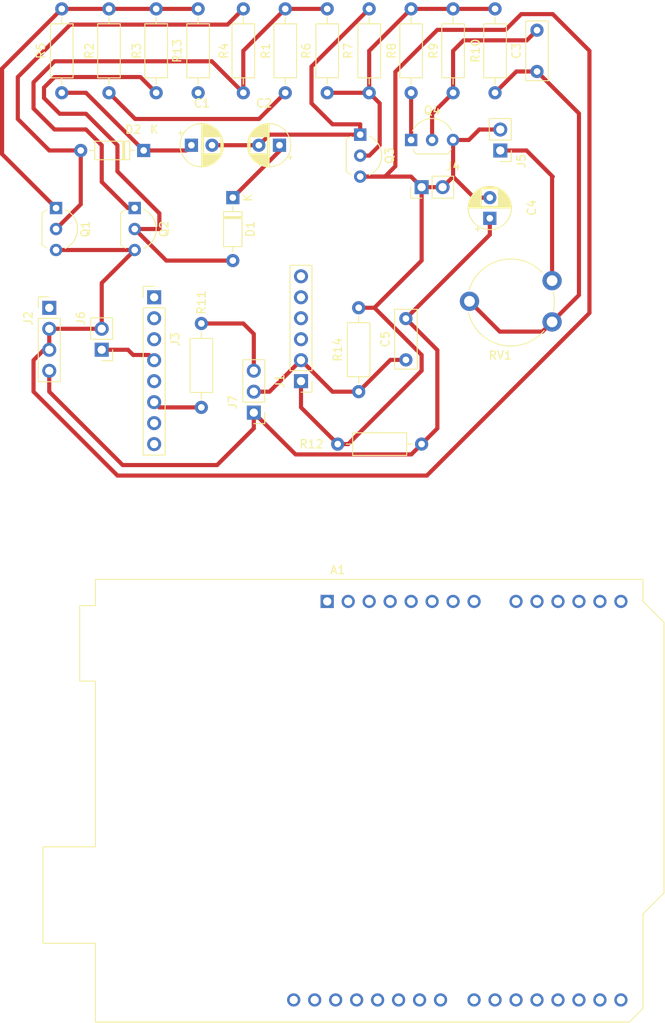
<source format=kicad_pcb>
(kicad_pcb (version 20221018) (generator pcbnew)
  (layers (0 "F.Cu" signal) (31 "B.Cu" signal) (34 "B.Paste" user) (35 "F.Paste" user) (36 "B.SilkS" user "B.Silkscreen") (37 "F.SilkS" user "F.Silkscreen") (38 "B.Mask" user) (39 "F.Mask" user) (44 "Edge.Cuts" user))
  (net 0 "")
  (net 1 "Net-(D2-K)")
  (net 2 "Net-(Q3-C)")
  (net 3 "Net-(D1-K)")
  (net 4 "Net-(C3-Pad1)")
  (net 5 "Net-(Q4-B)")
  (net 6 "VCC")
  (net 7 "GND")
  (net 8 "Net-(J1-Pin_2)")
  (net 9 "Net-(D1-A)")
  (net 10 "Net-(D2-A)")
  (net 11 "Micro")
  (net 12 "Taste")
  (net 13 "Net-(Q2-C)")
  (net 14 "Net-(Q1-C)")
  (net 15 "Net-(Q3-B)")
  (net 16 "Net-(Q4-C)")
  (net 17 "Net-(J7-Pin_3)")
  (net 18 "Net-(J3-Pin_6)")
  (net 19 "DI6")
  (footprint "Potentiometer_THT:Potentiometer_Piher_PT-10-V10_Vertical_Hole" (layer "F.Cu") (at 145.335 98.315 180)
    (fp_text reference "RV1" (at 6.27 -9.05) (layer "F.SilkS"))
    (fp_text value "10k")
    (pad "" np_thru_hole circle (at 5 -2.65 180) (size 4 4) (drill 4) (layers "*.Cu" "*.Mask"))
    (pad "1" thru_hole circle (at 0 0 180) (size 2.34 2.34) (drill 1.3) (layers "*.Cu" "*.Mask") (net 11 "Micro"))
    (pad "2" thru_hole circle (at 10 -2.5 180) (size 2.34 2.34) (drill 1.3) (layers "*.Cu" "*.Mask") (net 4 "Net-(C3-Pad1)"))
    (pad "3" thru_hole circle (at 0 -5 180) (size 2.34 2.34) (drill 1.3) (layers "*.Cu" "*.Mask") (net 4 "Net-(C3-Pad1)"))
  )
  (footprint "Resistor_THT:R_Axial_DIN0207_L6.3mm_D2.5mm_P10.16mm_Horizontal" (layer "F.Cu") (at 113.03 75.565 90)
    (fp_text reference "R1" (at 5.08 -2.37 90) (layer "F.SilkS"))
    (fp_text value "1k")
    (pad "1" thru_hole circle (at 0 0 90) (size 1.6 1.6) (drill 0.8) (layers "*.Cu" "*.Mask") (net 6 "VCC"))
    (pad "2" thru_hole oval (at 10.16 0 90) (size 1.6 1.6) (drill 0.8) (layers "*.Cu" "*.Mask") (net 13 "Net-(Q2-C)"))
  )
  (footprint "Resistor_THT:R_Axial_DIN0207_L6.3mm_D2.5mm_P10.16mm_Horizontal" (layer "F.Cu") (at 102.87 103.505 -90)
    (fp_text reference "R11" (at -2.54 0 90) (layer "F.SilkS"))
    (fp_text value "470")
    (pad "1" thru_hole circle (at 0 0 270) (size 1.6 1.6) (drill 0.8) (layers "*.Cu" "*.Mask") (net 17 "Net-(J7-Pin_3)"))
    (pad "2" thru_hole oval (at 10.16 0 270) (size 1.6 1.6) (drill 0.8) (layers "*.Cu" "*.Mask") (net 18 "Net-(J3-Pin_6)"))
  )
  (footprint "Resistor_THT:R_Axial_DIN0207_L6.3mm_D2.5mm_P10.16mm_Horizontal" (layer "F.Cu") (at 102.48 65.405 -90)
    (fp_text reference "R13" (at 5.08 2.54 90) (layer "F.SilkS"))
    (fp_text value "470")
    (pad "1" thru_hole circle (at 0 0 270) (size 1.6 1.6) (drill 0.8) (layers "*.Cu" "*.Mask") (net 14 "Net-(Q1-C)"))
    (pad "2" thru_hole oval (at 10.16 0 270) (size 1.6 1.6) (drill 0.8) (layers "*.Cu" "*.Mask") (net 19 "DI6"))
  )
  (footprint "Resistor_THT:R_Axial_DIN0207_L6.3mm_D2.5mm_P10.16mm_Horizontal" (layer "F.Cu") (at 85.97 65.405 -90)
    (fp_text reference "R5" (at 5.08 2.54 90) (layer "F.SilkS"))
    (fp_text value "1k")
    (pad "1" thru_hole circle (at 0 0 270) (size 1.6 1.6) (drill 0.8) (layers "*.Cu" "*.Mask") (net 14 "Net-(Q1-C)"))
    (pad "2" thru_hole oval (at 10.16 0 270) (size 1.6 1.6) (drill 0.8) (layers "*.Cu" "*.Mask") (net 1 "Net-(D2-K)"))
  )
  (footprint "Connector_PinHeader_2.54mm:PinHeader_1x03_P2.54mm_Vertical" (layer "F.Cu") (at 109.22 114.3 180)
    (fp_text reference "J7" (at 2.54 1.255 90) (layer "F.SilkS"))
    (fp_text value "03")
    (pad "1" thru_hole rect (at 0 0 180) (size 1.7 1.7) (drill 1) (layers "*.Cu" "*.Mask") (net 6 "VCC"))
    (pad "2" thru_hole oval (at 0 2.54 180) (size 1.7 1.7) (drill 1) (layers "*.Cu" "*.Mask") (net 8 "Net-(J1-Pin_2)"))
    (pad "3" thru_hole oval (at 0 5.08 180) (size 1.7 1.7) (drill 1) (layers "*.Cu" "*.Mask") (net 17 "Net-(J7-Pin_3)"))
  )
  (footprint "Diode_THT:D_DO-35_SOD27_P7.62mm_Horizontal" (layer "F.Cu") (at 106.68 88.265 -90)
    (fp_text reference "D1" (at 3.81 -2.12 -270) (layer "F.SilkS"))
    (fp_text value "1N4148")
    (fp_text user "K" (at 0 -1.8 -270) (layer "F.SilkS"))
    (pad "1" thru_hole rect (at 0 0 270) (size 1.6 1.6) (drill 0.8) (layers "*.Cu" "*.Mask") (net 3 "Net-(D1-K)"))
    (pad "2" thru_hole oval (at 7.62 0 270) (size 1.6 1.6) (drill 0.8) (layers "*.Cu" "*.Mask") (net 9 "Net-(D1-A)"))
  )
  (footprint "Resistor_THT:R_Axial_DIN0207_L6.3mm_D2.5mm_P10.16mm_Horizontal" (layer "F.Cu") (at 91.685 75.565 90)
    (fp_text reference "R2" (at 5.08 -2.37 90) (layer "F.SilkS"))
    (fp_text value "1k")
    (pad "1" thru_hole circle (at 0 0 90) (size 1.6 1.6) (drill 0.8) (layers "*.Cu" "*.Mask") (net 6 "VCC"))
    (pad "2" thru_hole oval (at 10.16 0 90) (size 1.6 1.6) (drill 0.8) (layers "*.Cu" "*.Mask") (net 14 "Net-(Q1-C)"))
  )
  (footprint "Package_TO_SOT_THT:TO-92L_Inline_Wide" (layer "F.Cu") (at 85.275 89.525 -90)
    (fp_text reference "Q1" (at 2.54 -3.56 90) (layer "F.SilkS"))
    (fp_text value "BC547")
    (pad "1" thru_hole rect (at 0 0 270) (size 1.5 1.5) (drill 0.8) (layers "*.Cu" "*.Mask") (net 14 "Net-(Q1-C)"))
    (pad "2" thru_hole circle (at 2.54 0 270) (size 1.5 1.5) (drill 0.8) (layers "*.Cu" "*.Mask") (net 10 "Net-(D2-A)"))
    (pad "3" thru_hole circle (at 5.08 0 270) (size 1.5 1.5) (drill 0.8) (layers "*.Cu" "*.Mask") (net 7 "GND"))
  )
  (footprint "Capacitor_THT:CP_Radial_D5.0mm_P2.50mm" (layer "F.Cu") (at 101.664888 81.915)
    (fp_text reference "C1" (at 1.27 -5.08) (layer "F.SilkS"))
    (fp_text value "47μF")
    (pad "1" thru_hole rect (at 0 0) (size 1.6 1.6) (drill 0.8) (layers "*.Cu" "*.Mask") (net 1 "Net-(D2-K)"))
    (pad "2" thru_hole circle (at 2.5 0) (size 1.6 1.6) (drill 0.8) (layers "*.Cu" "*.Mask") (net 2 "Net-(Q3-C)"))
  )
  (footprint "Package_TO_SOT_THT:TO-92L_Inline_Wide" (layer "F.Cu") (at 122.105 80.635 -90)
    (fp_text reference "Q3" (at 2.54 -3.56 90) (layer "F.SilkS"))
    (fp_text value "BC547")
    (pad "1" thru_hole rect (at 0 0 270) (size 1.5 1.5) (drill 0.8) (layers "*.Cu" "*.Mask") (net 2 "Net-(Q3-C)"))
    (pad "2" thru_hole circle (at 2.54 0 270) (size 1.5 1.5) (drill 0.8) (layers "*.Cu" "*.Mask") (net 15 "Net-(Q3-B)"))
    (pad "3" thru_hole circle (at 5.08 0 270) (size 1.5 1.5) (drill 0.8) (layers "*.Cu" "*.Mask") (net 7 "GND"))
  )
  (footprint "Connector_PinHeader_2.54mm:PinHeader_1x02_P2.54mm_Vertical" (layer "F.Cu") (at 139.065 82.555 180)
    (fp_text reference "J5" (at -2.54 -1.27 90) (layer "F.SilkS"))
    (fp_text value "Micro")
    (pad "1" thru_hole rect (at 0 0 180) (size 1.7 1.7) (drill 1) (layers "*.Cu" "*.Mask") (net 11 "Micro"))
    (pad "2" thru_hole oval (at 0 2.54 180) (size 1.7 1.7) (drill 1) (layers "*.Cu" "*.Mask") (net 7 "GND"))
  )
  (footprint "Resistor_THT:R_Axial_DIN0207_L6.3mm_D2.5mm_P10.16mm_Horizontal" (layer "F.Cu") (at 121.92 101.6 -90)
    (fp_text reference "R14" (at 5.08 2.54 90) (layer "F.SilkS"))
    (fp_text value "0,22")
    (pad "1" thru_hole circle (at 0 0 270) (size 1.6 1.6) (drill 0.8) (layers "*.Cu" "*.Mask") (net 7 "GND"))
    (pad "2" thru_hole oval (at 10.16 0 270) (size 1.6 1.6) (drill 0.8) (layers "*.Cu" "*.Mask") (net 8 "Net-(J1-Pin_2)"))
  )
  (footprint "Diode_THT:D_DO-35_SOD27_P7.62mm_Horizontal" (layer "F.Cu") (at 95.885 82.55 180)
    (fp_text reference "D2" (at 1.27 2.54) (layer "F.SilkS"))
    (fp_text value "1N4148")
    (fp_text user "K" (at -1.27 2.54) (layer "F.SilkS"))
    (pad "1" thru_hole rect (at 0 0 180) (size 1.6 1.6) (drill 0.8) (layers "*.Cu" "*.Mask") (net 1 "Net-(D2-K)"))
    (pad "2" thru_hole oval (at 7.62 0 180) (size 1.6 1.6) (drill 0.8) (layers "*.Cu" "*.Mask") (net 10 "Net-(D2-A)"))
  )
  (footprint "Connector_PinHeader_2.54mm:PinHeader_1x08_P2.54mm_Vertical" (layer "F.Cu") (at 97.155 100.33)
    (fp_text reference "J3" (at 2.54 5.08 90) (layer "F.SilkS"))
    (fp_text value "DIGITAL")
    (pad "1" thru_hole rect (at 0 0) (size 1.7 1.7) (drill 1) (layers "*.Cu" "*.Mask"))
    (pad "2" thru_hole oval (at 0 2.54) (size 1.7 1.7) (drill 1) (layers "*.Cu" "*.Mask"))
    (pad "3" thru_hole oval (at 0 5.08) (size 1.7 1.7) (drill 1) (layers "*.Cu" "*.Mask"))
    (pad "4" thru_hole oval (at 0 7.62) (size 1.7 1.7) (drill 1) (layers "*.Cu" "*.Mask") (net 12 "Taste"))
    (pad "5" thru_hole oval (at 0 10.16) (size 1.7 1.7) (drill 1) (layers "*.Cu" "*.Mask") (net 19 "DI6"))
    (pad "6" thru_hole oval (at 0 12.7) (size 1.7 1.7) (drill 1) (layers "*.Cu" "*.Mask") (net 18 "Net-(J3-Pin_6)"))
    (pad "7" thru_hole oval (at 0 15.24) (size 1.7 1.7) (drill 1) (layers "*.Cu" "*.Mask"))
    (pad "8" thru_hole oval (at 0 17.78) (size 1.7 1.7) (drill 1) (layers "*.Cu" "*.Mask"))
  )
  (footprint "Connector_PinHeader_2.54mm:PinHeader_1x02_P2.54mm_Vertical" (layer "F.Cu") (at 129.54 86.995 90)
    (fp_text reference "J4" (at 2.54 3.81) (layer "F.SilkS"))
    (fp_text value "LDR")
    (pad "1" thru_hole rect (at 0 0 90) (size 1.7 1.7) (drill 1) (layers "*.Cu" "*.Mask") (net 7 "GND"))
    (pad "2" thru_hole oval (at 0 2.54 90) (size 1.7 1.7) (drill 1) (layers "*.Cu" "*.Mask") (net 7 "GND"))
  )
  (footprint "Package_TO_SOT_THT:TO-92L_Inline_Wide" (layer "F.Cu") (at 128.27 81.28)
    (fp_text reference "Q4" (at 2.54 -3.56) (layer "F.SilkS"))
    (fp_text value "BC547")
    (pad "1" thru_hole rect (at 0 0) (size 1.5 1.5) (drill 0.8) (layers "*.Cu" "*.Mask") (net 16 "Net-(Q4-C)"))
    (pad "2" thru_hole circle (at 2.54 0) (size 1.5 1.5) (drill 0.8) (layers "*.Cu" "*.Mask") (net 5 "Net-(Q4-B)"))
    (pad "3" thru_hole circle (at 5.08 0) (size 1.5 1.5) (drill 0.8) (layers "*.Cu" "*.Mask") (net 7 "GND"))
  )
  (footprint "Connector_PinHeader_2.54mm:PinHeader_1x04_P2.54mm_Vertical" (layer "F.Cu") (at 84.455 101.61)
    (fp_text reference "J2" (at -2.54 1.27 90) (layer "F.SilkS"))
    (fp_text value "Power")
    (pad "1" thru_hole rect (at 0 0) (size 1.7 1.7) (drill 1) (layers "*.Cu" "*.Mask"))
    (pad "2" thru_hole oval (at 0 2.54) (size 1.7 1.7) (drill 1) (layers "*.Cu" "*.Mask") (net 7 "GND"))
    (pad "3" thru_hole oval (at 0 5.08) (size 1.7 1.7) (drill 1) (layers "*.Cu" "*.Mask") (net 7 "GND"))
    (pad "4" thru_hole oval (at 0 7.62) (size 1.7 1.7) (drill 1) (layers "*.Cu" "*.Mask") (net 6 "VCC"))
  )
  (footprint "Connector_PinHeader_2.54mm:PinHeader_1x06_P2.54mm_Vertical" (layer "F.Cu") (at 114.935 110.49 180)
    (fp_text reference "J1" (at 2.54 0 90) (layer "F.SilkS"))
    (fp_text value "Analog IN")
    (pad "1" thru_hole rect (at 0 0 180) (size 1.7 1.7) (drill 1) (layers "*.Cu" "*.Mask") (net 7 "GND"))
    (pad "2" thru_hole oval (at 0 2.54 180) (size 1.7 1.7) (drill 1) (layers "*.Cu" "*.Mask") (net 8 "Net-(J1-Pin_2)"))
    (pad "3" thru_hole oval (at 0 5.08 180) (size 1.7 1.7) (drill 1) (layers "*.Cu" "*.Mask"))
    (pad "4" thru_hole oval (at 0 7.62 180) (size 1.7 1.7) (drill 1) (layers "*.Cu" "*.Mask"))
    (pad "5" thru_hole oval (at 0 10.16 180) (size 1.7 1.7) (drill 1) (layers "*.Cu" "*.Mask"))
    (pad "6" thru_hole oval (at 0 12.7 180) (size 1.7 1.7) (drill 1) (layers "*.Cu" "*.Mask"))
  )
  (footprint "Resistor_THT:R_Axial_DIN0207_L6.3mm_D2.5mm_P10.16mm_Horizontal" (layer "F.Cu") (at 128.27 75.565 90)
    (fp_text reference "R8" (at 5.08 -2.37 90) (layer "F.SilkS"))
    (fp_text value "4k7")
    (pad "1" thru_hole circle (at 0 0 90) (size 1.6 1.6) (drill 0.8) (layers "*.Cu" "*.Mask") (net 16 "Net-(Q4-C)"))
    (pad "2" thru_hole oval (at 10.16 0 90) (size 1.6 1.6) (drill 0.8) (layers "*.Cu" "*.Mask") (net 15 "Net-(Q3-B)"))
  )
  (footprint "Capacitor_THT:C_Disc_D7.0mm_W2.5mm_P5.00mm" (layer "F.Cu") (at 143.51 72.985 90)
    (fp_text reference "C3" (at 2.5 -2.5 90) (layer "F.SilkS"))
    (fp_text value "100NF")
    (pad "1" thru_hole circle (at 0 0 90) (size 1.6 1.6) (drill 0.8) (layers "*.Cu" "*.Mask") (net 4 "Net-(C3-Pad1)"))
    (pad "2" thru_hole circle (at 5 0 90) (size 1.6 1.6) (drill 0.8) (layers "*.Cu" "*.Mask") (net 5 "Net-(Q4-B)"))
  )
  (footprint "Capacitor_THT:CP_Radial_D5.0mm_P2.50mm" (layer "F.Cu") (at 137.795 90.765 90)
    (fp_text reference "C4" (at 1.27 5.08 90) (layer "F.SilkS"))
    (fp_text value "47μF")
    (pad "1" thru_hole rect (at 0 0 90) (size 1.6 1.6) (drill 0.8) (layers "*.Cu" "*.Mask") (net 6 "VCC"))
    (pad "2" thru_hole circle (at 2.5 0 90) (size 1.6 1.6) (drill 0.8) (layers "*.Cu" "*.Mask") (net 7 "GND"))
  )
  (footprint "Module:Arduino_UNO_R2" (layer "F.Cu") (at 118.11 137.16)
    (fp_text reference "A1" (at 1.27 -3.81 180) (layer "F.SilkS"))
    (fp_text value "Arduino_UNO_R2")
    (pad "1" thru_hole rect (at 0 0 90) (size 1.6 1.6) (drill 1) (layers "*.Cu" "*.Mask"))
    (pad "2" thru_hole oval (at 2.54 0 90) (size 1.6 1.6) (drill 1) (layers "*.Cu" "*.Mask"))
    (pad "3" thru_hole oval (at 5.08 0 90) (size 1.6 1.6) (drill 1) (layers "*.Cu" "*.Mask"))
    (pad "4" thru_hole oval (at 7.62 0 90) (size 1.6 1.6) (drill 1) (layers "*.Cu" "*.Mask"))
    (pad "5" thru_hole oval (at 10.16 0 90) (size 1.6 1.6) (drill 1) (layers "*.Cu" "*.Mask"))
    (pad "6" thru_hole oval (at 12.7 0 90) (size 1.6 1.6) (drill 1) (layers "*.Cu" "*.Mask"))
    (pad "7" thru_hole oval (at 15.24 0 90) (size 1.6 1.6) (drill 1) (layers "*.Cu" "*.Mask"))
    (pad "8" thru_hole oval (at 17.78 0 90) (size 1.6 1.6) (drill 1) (layers "*.Cu" "*.Mask"))
    (pad "9" thru_hole oval (at 22.86 0 90) (size 1.6 1.6) (drill 1) (layers "*.Cu" "*.Mask"))
    (pad "10" thru_hole oval (at 25.4 0 90) (size 1.6 1.6) (drill 1) (layers "*.Cu" "*.Mask"))
    (pad "11" thru_hole oval (at 27.94 0 90) (size 1.6 1.6) (drill 1) (layers "*.Cu" "*.Mask"))
    (pad "12" thru_hole oval (at 30.48 0 90) (size 1.6 1.6) (drill 1) (layers "*.Cu" "*.Mask"))
    (pad "13" thru_hole oval (at 33.02 0 90) (size 1.6 1.6) (drill 1) (layers "*.Cu" "*.Mask"))
    (pad "14" thru_hole oval (at 35.56 0 90) (size 1.6 1.6) (drill 1) (layers "*.Cu" "*.Mask"))
    (pad "15" thru_hole oval (at 35.56 48.26 90) (size 1.6 1.6) (drill 1) (layers "*.Cu" "*.Mask"))
    (pad "16" thru_hole oval (at 33.02 48.26 90) (size 1.6 1.6) (drill 1) (layers "*.Cu" "*.Mask"))
    (pad "17" thru_hole oval (at 30.48 48.26 90) (size 1.6 1.6) (drill 1) (layers "*.Cu" "*.Mask"))
    (pad "18" thru_hole oval (at 27.94 48.26 90) (size 1.6 1.6) (drill 1) (layers "*.Cu" "*.Mask"))
    (pad "19" thru_hole oval (at 25.4 48.26 90) (size 1.6 1.6) (drill 1) (layers "*.Cu" "*.Mask"))
    (pad "20" thru_hole oval (at 22.86 48.26 90) (size 1.6 1.6) (drill 1) (layers "*.Cu" "*.Mask"))
    (pad "21" thru_hole oval (at 20.32 48.26 90) (size 1.6 1.6) (drill 1) (layers "*.Cu" "*.Mask"))
    (pad "22" thru_hole oval (at 17.78 48.26 90) (size 1.6 1.6) (drill 1) (layers "*.Cu" "*.Mask"))
    (pad "23" thru_hole oval (at 13.72 48.26 90) (size 1.6 1.6) (drill 1) (layers "*.Cu" "*.Mask"))
    (pad "24" thru_hole oval (at 11.18 48.26 90) (size 1.6 1.6) (drill 1) (layers "*.Cu" "*.Mask"))
    (pad "25" thru_hole oval (at 8.64 48.26 90) (size 1.6 1.6) (drill 1) (layers "*.Cu" "*.Mask"))
    (pad "26" thru_hole oval (at 6.1 48.26 90) (size 1.6 1.6) (drill 1) (layers "*.Cu" "*.Mask"))
    (pad "27" thru_hole oval (at 3.56 48.26 90) (size 1.6 1.6) (drill 1) (layers "*.Cu" "*.Mask"))
    (pad "28" thru_hole oval (at 1.02 48.26 90) (size 1.6 1.6) (drill 1) (layers "*.Cu" "*.Mask"))
    (pad "29" thru_hole oval (at -1.52 48.26 90) (size 1.6 1.6) (drill 1) (layers "*.Cu" "*.Mask"))
    (pad "30" thru_hole oval (at -4.06 48.26 90) (size 1.6 1.6) (drill 1) (layers "*.Cu" "*.Mask"))
  )
  (footprint "Package_TO_SOT_THT:TO-92L_Inline_Wide" (layer "F.Cu") (at 94.8 89.525 -90)
    (fp_text reference "Q2" (at 2.54 -3.56 90) (layer "F.SilkS"))
    (fp_text value "BC547")
    (pad "1" thru_hole rect (at 0 0 270) (size 1.5 1.5) (drill 0.8) (layers "*.Cu" "*.Mask") (net 13 "Net-(Q2-C)"))
    (pad "2" thru_hole circle (at 2.54 0 270) (size 1.5 1.5) (drill 0.8) (layers "*.Cu" "*.Mask") (net 9 "Net-(D1-A)"))
    (pad "3" thru_hole circle (at 5.08 0 270) (size 1.5 1.5) (drill 0.8) (layers "*.Cu" "*.Mask") (net 7 "GND"))
  )
  (footprint "Resistor_THT:R_Axial_DIN0207_L6.3mm_D2.5mm_P10.16mm_Horizontal" (layer "F.Cu") (at 107.95 75.565 90)
    (fp_text reference "R4" (at 5.08 -2.37 90) (layer "F.SilkS"))
    (fp_text value "22k")
    (pad "1" thru_hole circle (at 0 0 90) (size 1.6 1.6) (drill 0.8) (layers "*.Cu" "*.Mask") (net 13 "Net-(Q2-C)"))
    (pad "2" thru_hole oval (at 10.16 0 90) (size 1.6 1.6) (drill 0.8) (layers "*.Cu" "*.Mask") (net 10 "Net-(D2-A)"))
  )
  (footprint "Capacitor_THT:CP_Radial_D5.0mm_P2.50mm" (layer "F.Cu") (at 112.330113 81.915 180)
    (fp_text reference "C2" (at 1.865 5.08) (layer "F.SilkS"))
    (fp_text value "47μF")
    (pad "1" thru_hole rect (at 0 0 180) (size 1.6 1.6) (drill 0.8) (layers "*.Cu" "*.Mask") (net 3 "Net-(D1-K)"))
    (pad "2" thru_hole circle (at 2.5 0 180) (size 1.6 1.6) (drill 0.8) (layers "*.Cu" "*.Mask") (net 2 "Net-(Q3-C)"))
  )
  (footprint "Resistor_THT:R_Axial_DIN0207_L6.3mm_D2.5mm_P10.16mm_Horizontal" (layer "F.Cu") (at 133.35 75.565 90)
    (fp_text reference "R9" (at 5.08 -2.37 90) (layer "F.SilkS"))
    (fp_text value "160k")
    (pad "1" thru_hole circle (at 0 0 90) (size 1.6 1.6) (drill 0.8) (layers "*.Cu" "*.Mask") (net 5 "Net-(Q4-B)"))
    (pad "2" thru_hole oval (at 10.16 0 90) (size 1.6 1.6) (drill 0.8) (layers "*.Cu" "*.Mask") (net 15 "Net-(Q3-B)"))
  )
  (footprint "Connector_PinHeader_2.54mm:PinHeader_1x02_P2.54mm_Vertical" (layer "F.Cu") (at 90.805 106.685 180)
    (fp_text reference "J6" (at 2.54 3.81 90) (layer "F.SilkS"))
    (fp_text value "Taste")
    (pad "1" thru_hole rect (at 0 0 180) (size 1.7 1.7) (drill 1) (layers "*.Cu" "*.Mask") (net 12 "Taste"))
    (pad "2" thru_hole oval (at 0 2.54 180) (size 1.7 1.7) (drill 1) (layers "*.Cu" "*.Mask") (net 7 "GND"))
  )
  (footprint "Resistor_THT:R_Axial_DIN0207_L6.3mm_D2.5mm_P10.16mm_Horizontal" (layer "F.Cu") (at 97.4 75.565 90)
    (fp_text reference "R3" (at 5.08 -2.37 90) (layer "F.SilkS"))
    (fp_text value "22k")
    (pad "1" thru_hole circle (at 0 0 90) (size 1.6 1.6) (drill 0.8) (layers "*.Cu" "*.Mask") (net 9 "Net-(D1-A)"))
    (pad "2" thru_hole oval (at 10.16 0 90) (size 1.6 1.6) (drill 0.8) (layers "*.Cu" "*.Mask") (net 14 "Net-(Q1-C)"))
  )
  (footprint "Resistor_THT:R_Axial_DIN0207_L6.3mm_D2.5mm_P10.16mm_Horizontal" (layer "F.Cu") (at 129.54 118.11 180)
    (fp_text reference "R12" (at 13.335 0) (layer "F.SilkS"))
    (fp_text value "10k")
    (pad "1" thru_hole circle (at 0 0 180) (size 1.6 1.6) (drill 0.8) (layers "*.Cu" "*.Mask") (net 6 "VCC"))
    (pad "2" thru_hole oval (at 10.16 0 180) (size 1.6 1.6) (drill 0.8) (layers "*.Cu" "*.Mask") (net 7 "GND"))
  )
  (footprint "Resistor_THT:R_Axial_DIN0207_L6.3mm_D2.5mm_P10.16mm_Horizontal" (layer "F.Cu") (at 118.11 65.405 -90)
    (fp_text reference "R6" (at 5.08 2.54 90) (layer "F.SilkS"))
    (fp_text value "1k")
    (pad "1" thru_hole circle (at 0 0 270) (size 1.6 1.6) (drill 0.8) (layers "*.Cu" "*.Mask") (net 13 "Net-(Q2-C)"))
    (pad "2" thru_hole oval (at 10.16 0 270) (size 1.6 1.6) (drill 0.8) (layers "*.Cu" "*.Mask") (net 15 "Net-(Q3-B)"))
  )
  (footprint "Capacitor_THT:C_Disc_D7.0mm_W2.5mm_P5.00mm" (layer "F.Cu") (at 127.635 107.91 90)
    (fp_text reference "C5" (at 2.5 -2.5 90) (layer "F.SilkS"))
    (fp_text value "100NF")
    (pad "1" thru_hole circle (at 0 0 90) (size 1.6 1.6) (drill 0.8) (layers "*.Cu" "*.Mask") (net 8 "Net-(J1-Pin_2)"))
    (pad "2" thru_hole circle (at 5 0 90) (size 1.6 1.6) (drill 0.8) (layers "*.Cu" "*.Mask") (net 6 "VCC"))
  )
  (footprint "Resistor_THT:R_Axial_DIN0207_L6.3mm_D2.5mm_P10.16mm_Horizontal" (layer "F.Cu") (at 123.19 75.565 90)
    (fp_text reference "R7" (at 5.08 -2.54 90) (layer "F.SilkS"))
    (fp_text value "10k")
    (pad "1" thru_hole circle (at 0 0 90) (size 1.6 1.6) (drill 0.8) (layers "*.Cu" "*.Mask") (net 15 "Net-(Q3-B)"))
    (pad "2" thru_hole oval (at 10.16 0 90) (size 1.6 1.6) (drill 0.8) (layers "*.Cu" "*.Mask") (net 2 "Net-(Q3-C)"))
  )
  (footprint "Resistor_THT:R_Axial_DIN0207_L6.3mm_D2.5mm_P10.16mm_Horizontal" (layer "F.Cu") (at 138.43 75.565 90)
    (fp_text reference "R10" (at 5.08 -2.37 90) (layer "F.SilkS"))
    (fp_text value "10k")
    (pad "1" thru_hole circle (at 0 0 90) (size 1.6 1.6) (drill 0.8) (layers "*.Cu" "*.Mask") (net 4 "Net-(C3-Pad1)"))
    (pad "2" thru_hole oval (at 10.16 0 90) (size 1.6 1.6) (drill 0.8) (layers "*.Cu" "*.Mask") (net 15 "Net-(Q3-B)"))
  )
  (segment (start 88.9 75.565) (end 95.885 82.55) (width 0.5) (layer "F.Cu") (net 1))
  (segment (start 85.97 75.565) (end 88.9 75.565) (width 0.5) (layer "F.Cu") (net 1))
  (segment (start 95.885 82.55) (end 101.029888 82.55) (width 0.5) (layer "F.Cu") (net 1))
  (segment (start 101.029888 82.55) (end 101.664888 81.915) (width 0.5) (layer "F.Cu") (net 1))
  (segment (start 122.105 79.385) (end 118.755 79.385) (width 0.5) (layer "F.Cu") (net 2))
  (segment (start 116.205 76.835) (end 116.205 72.39) (width 0.5) (layer "F.Cu") (net 2))
  (segment (start 109.855 81.915) (end 111.135 80.635) (width 0.5) (layer "F.Cu") (net 2))
  (segment (start 111.135 80.635) (end 122.105 80.635) (width 0.5) (layer "F.Cu") (net 2))
  (segment (start 104.164888 81.915) (end 109.830113 81.915) (width 0.5) (layer "F.Cu") (net 2))
  (segment (start 116.205 72.39) (end 123.19 65.405) (width 0.5) (layer "F.Cu") (net 2))
  (segment (start 118.755 79.385) (end 116.205 76.835) (width 0.5) (layer "F.Cu") (net 2))
  (segment (start 109.830113 81.915) (end 109.855 81.915) (width 0.5) (layer "F.Cu") (net 2))
  (segment (start 122.105 80.635) (end 122.105 79.385) (width 0.5) (layer "F.Cu") (net 2))
  (segment (start 106.68 88.265) (end 112.330113 82.614887) (width 0.5) (layer "F.Cu") (net 3))
  (segment (start 112.330113 82.614887) (end 112.330113 81.915) (width 0.5) (layer "F.Cu") (net 3))
  (segment (start 148.59 100.06) (end 148.59 78.065) (width 0.5) (layer "F.Cu") (net 4))
  (segment (start 144.165001 104.484999) (end 139.004999 104.484999) (width 0.5) (layer "F.Cu") (net 4))
  (segment (start 143.51 72.985) (end 141.01 72.985) (width 0.5) (layer "F.Cu") (net 4))
  (segment (start 145.335 103.315) (end 144.165001 104.484999) (width 0.5) (layer "F.Cu") (net 4))
  (segment (start 148.59 78.065) (end 143.51 72.985) (width 0.5) (layer "F.Cu") (net 4))
  (segment (start 141.01 72.985) (end 138.43 75.565) (width 0.5) (layer "F.Cu") (net 4))
  (segment (start 139.004999 104.484999) (end 135.335 100.815) (width 0.5) (layer "F.Cu") (net 4))
  (segment (start 145.335 103.315) (end 148.59 100.06) (width 0.5) (layer "F.Cu") (net 4))
  (segment (start 133.35 75.565) (end 133.35 70.485) (width 0.5) (layer "F.Cu") (net 5))
  (segment (start 130.81 78.105) (end 133.35 75.565) (width 0.5) (layer "F.Cu") (net 5))
  (segment (start 142.28 69.215) (end 143.51 67.985) (width 0.5) (layer "F.Cu") (net 5))
  (segment (start 133.35 70.485) (end 134.62 69.215) (width 0.5) (layer "F.Cu") (net 5))
  (segment (start 130.81 81.28) (end 130.81 78.105) (width 0.5) (layer "F.Cu") (net 5))
  (segment (start 134.62 69.215) (end 142.28 69.215) (width 0.5) (layer "F.Cu") (net 5))
  (segment (start 109.22 116.205) (end 104.775 120.65) (width 0.5) (layer "F.Cu") (net 6))
  (segment (start 94.86 78.74) (end 109.855 78.74) (width 0.5) (layer "F.Cu") (net 6))
  (segment (start 104.775 120.65) (end 93.345 120.65) (width 0.5) (layer "F.Cu") (net 6))
  (segment (start 131.445 106.72) (end 131.445 116.205) (width 0.5) (layer "F.Cu") (net 6))
  (segment (start 129.54 118.11) (end 128.29 119.36) (width 0.5) (layer "F.Cu") (net 6))
  (segment (start 93.345 120.65) (end 84.455 111.76) (width 0.5) (layer "F.Cu") (net 6))
  (segment (start 128.29 119.36) (end 114.28 119.36) (width 0.5) (layer "F.Cu") (net 6))
  (segment (start 109.855 78.74) (end 113.03 75.565) (width 0.5) (layer "F.Cu") (net 6))
  (segment (start 137.795 90.765) (end 137.795 92.75) (width 0.5) (layer "F.Cu") (net 6))
  (segment (start 131.445 116.205) (end 129.54 118.11) (width 0.5) (layer "F.Cu") (net 6))
  (segment (start 137.795 92.75) (end 127.635 102.91) (width 0.5) (layer "F.Cu") (net 6))
  (segment (start 114.28 119.36) (end 109.22 114.3) (width 0.5) (layer "F.Cu") (net 6))
  (segment (start 127.635 102.91) (end 131.445 106.72) (width 0.5) (layer "F.Cu") (net 6))
  (segment (start 91.685 75.565) (end 94.86 78.74) (width 0.5) (layer "F.Cu") (net 6))
  (segment (start 109.22 114.3) (end 109.22 116.205) (width 0.5) (layer "F.Cu") (net 6))
  (segment (start 84.455 111.76) (end 84.455 109.23) (width 0.5) (layer "F.Cu") (net 6))
  (segment (start 141.605 66.04) (end 145.415 66.04) (width 0.5) (layer "F.Cu") (net 7))
  (segment (start 82.55 107.95) (end 83.81 106.69) (width 0.5) (layer "F.Cu") (net 7))
  (segment (start 90.805 104.145) (end 84.46 104.145) (width 0.5) (layer "F.Cu") (net 7))
  (segment (start 126.365 73.025) (end 131.445 67.945) (width 0.5) (layer "F.Cu") (net 7))
  (segment (start 129.54 95.885) (end 123.825 101.6) (width 0.5) (layer "F.Cu") (net 7))
  (segment (start 130.175 121.92) (end 92.71 121.92) (width 0.5) (layer "F.Cu") (net 7))
  (segment (start 132.08 86.995) (end 133.35 85.725) (width 0.5) (layer "F.Cu") (net 7))
  (segment (start 114.935 113.665) (end 119.38 118.11) (width 0.5) (layer "F.Cu") (net 7))
  (segment (start 139.7 67.945) (end 141.605 66.04) (width 0.5) (layer "F.Cu") (net 7))
  (segment (start 129.54 107.315) (end 123.825 101.6) (width 0.5) (layer "F.Cu") (net 7))
  (segment (start 119.38 118.11) (end 120.65 118.11) (width 0.5) (layer "F.Cu") (net 7))
  (segment (start 126.365 84.455) (end 126.365 73.025) (width 0.5) (layer "F.Cu") (net 7))
  (segment (start 136.525 80.01) (end 136.53 80.015) (width 0.5) (layer "F.Cu") (net 7))
  (segment (start 83.81 106.69) (end 84.455 106.69) (width 0.5) (layer "F.Cu") (net 7))
  (segment (start 82.55 111.76) (end 82.55 107.95) (width 0.5) (layer "F.Cu") (net 7))
  (segment (start 131.445 67.945) (end 139.7 67.945) (width 0.5) (layer "F.Cu") (net 7))
  (segment (start 135.89 88.265) (end 133.35 85.725) (width 0.5) (layer "F.Cu") (net 7))
  (segment (start 133.35 81.28) (end 135.255 81.28) (width 0.5) (layer "F.Cu") (net 7))
  (segment (start 129.54 109.22) (end 129.54 107.315) (width 0.5) (layer "F.Cu") (net 7))
  (segment (start 135.255 81.28) (end 136.525 80.01) (width 0.5) (layer "F.Cu") (net 7))
  (segment (start 137.795 88.265) (end 135.89 88.265) (width 0.5) (layer "F.Cu") (net 7))
  (segment (start 92.71 121.92) (end 82.55 111.76) (width 0.5) (layer "F.Cu") (net 7))
  (segment (start 90.805 104.145) (end 90.805 98.6) (width 0.5) (layer "F.Cu") (net 7))
  (segment (start 133.35 85.725) (end 133.35 81.28) (width 0.5) (layer "F.Cu") (net 7))
  (segment (start 145.415 66.04) (end 149.86 70.485) (width 0.5) (layer "F.Cu") (net 7))
  (segment (start 85.275 94.605) (end 94.8 94.605) (width 0.5) (layer "F.Cu") (net 7))
  (segment (start 149.86 102.235) (end 130.175 121.92) (width 0.5) (layer "F.Cu") (net 7))
  (segment (start 122.105 85.715) (end 128.26 85.715) (width 0.5) (layer "F.Cu") (net 7))
  (segment (start 123.825 101.6) (end 121.92 101.6) (width 0.5) (layer "F.Cu") (net 7))
  (segment (start 125.105 85.715) (end 126.365 84.455) (width 0.5) (layer "F.Cu") (net 7))
  (segment (start 122.105 85.715) (end 125.105 85.715) (width 0.5) (layer "F.Cu") (net 7))
  (segment (start 114.935 110.49) (end 114.935 113.665) (width 0.5) (layer "F.Cu") (net 7))
  (segment (start 120.65 118.11) (end 129.54 109.22) (width 0.5) (layer "F.Cu") (net 7))
  (segment (start 136.53 80.015) (end 139.065 80.015) (width 0.5) (layer "F.Cu") (net 7))
  (segment (start 128.26 85.715) (end 129.54 86.995) (width 0.5) (layer "F.Cu") (net 7))
  (segment (start 90.805 98.6) (end 94.8 94.605) (width 0.5) (layer "F.Cu") (net 7))
  (segment (start 129.54 86.995) (end 129.54 95.885) (width 0.5) (layer "F.Cu") (net 7))
  (segment (start 129.54 86.995) (end 132.08 86.995) (width 0.5) (layer "F.Cu") (net 7))
  (segment (start 84.46 104.145) (end 84.455 104.15) (width 0.5) (layer "F.Cu") (net 7))
  (segment (start 84.455 106.69) (end 84.455 104.15) (width 0.5) (layer "F.Cu") (net 7))
  (segment (start 149.86 70.485) (end 149.86 102.235) (width 0.5) (layer "F.Cu") (net 7))
  (segment (start 118.745 111.76) (end 114.935 107.95) (width 0.5) (layer "F.Cu") (net 8))
  (segment (start 109.22 111.76) (end 111.125 111.76) (width 0.5) (layer "F.Cu") (net 8))
  (segment (start 125.77 107.91) (end 121.92 111.76) (width 0.5) (layer "F.Cu") (net 8))
  (segment (start 111.125 111.76) (end 114.935 107.95) (width 0.5) (layer "F.Cu") (net 8))
  (segment (start 127.635 107.91) (end 125.77 107.91) (width 0.5) (layer "F.Cu") (net 8))
  (segment (start 121.92 111.76) (end 118.745 111.76) (width 0.5) (layer "F.Cu") (net 8))
  (segment (start 83.82 74.93) (end 85.09 73.66) (width 0.5) (layer "F.Cu") (net 9))
  (segment (start 98.62 95.885) (end 94.8 92.065) (width 0.5) (layer "F.Cu") (net 9))
  (segment (start 94.8 92.065) (end 97.78 92.065) (width 0.5) (layer "F.Cu") (net 9))
  (segment (start 92.71 81.915) (end 88.9 78.105) (width 0.5) (layer "F.Cu") (net 9))
  (segment (start 88.9 78.105) (end 85.725 78.105) (width 0.5) (layer "F.Cu") (net 9))
  (segment (start 92.71 85.09) (end 92.71 81.915) (width 0.5) (layer "F.Cu") (net 9))
  (segment (start 106.68 95.885) (end 98.62 95.885) (width 0.5) (layer "F.Cu") (net 9))
  (segment (start 85.725 78.105) (end 83.82 76.2) (width 0.5) (layer "F.Cu") (net 9))
  (segment (start 95.495 73.66) (end 97.4 75.565) (width 0.5) (layer "F.Cu") (net 9))
  (segment (start 85.09 73.66) (end 95.495 73.66) (width 0.5) (layer "F.Cu") (net 9))
  (segment (start 83.82 76.2) (end 83.82 74.93) (width 0.5) (layer "F.Cu") (net 9))
  (segment (start 97.79 90.17) (end 92.71 85.09) (width 0.5) (layer "F.Cu") (net 9))
  (segment (start 97.78 92.065) (end 97.79 92.075) (width 0.5) (layer "F.Cu") (net 9))
  (segment (start 97.79 92.075) (end 97.79 90.17) (width 0.5) (layer "F.Cu") (net 9))
  (segment (start 80.645 78.74) (end 80.645 73.66) (width 0.5) (layer "F.Cu") (net 10))
  (segment (start 85.275 92.065) (end 88.265 89.075) (width 0.5) (layer "F.Cu") (net 10))
  (segment (start 80.645 73.66) (end 86.995 67.31) (width 0.5) (layer "F.Cu") (net 10))
  (segment (start 88.265 82.55) (end 84.455 82.55) (width 0.5) (layer "F.Cu") (net 10))
  (segment (start 86.995 67.31) (end 106.045 67.31) (width 0.5) (layer "F.Cu") (net 10))
  (segment (start 106.045 67.31) (end 107.95 65.405) (width 0.5) (layer "F.Cu") (net 10))
  (segment (start 88.265 89.075) (end 88.265 82.55) (width 0.5) (layer "F.Cu") (net 10))
  (segment (start 84.455 82.55) (end 80.645 78.74) (width 0.5) (layer "F.Cu") (net 10))
  (segment (start 139.065 82.555) (end 142.245 82.555) (width 0.5) (layer "F.Cu") (net 11))
  (segment (start 145.415 85.725) (end 145.335 85.805) (width 0.5) (layer "F.Cu") (net 11))
  (segment (start 145.335 85.805) (end 145.335 98.315) (width 0.5) (layer "F.Cu") (net 11))
  (segment (start 142.245 82.555) (end 145.415 85.725) (width 0.5) (layer "F.Cu") (net 11))
  (segment (start 90.805 106.685) (end 93.985 106.685) (width 0.5) (layer "F.Cu") (net 12))
  (segment (start 93.985 106.685) (end 94.615 107.315) (width 0.5) (layer "F.Cu") (net 12))
  (segment (start 94.615 107.315) (end 96.52 107.315) (width 0.5) (layer "F.Cu") (net 12))
  (segment (start 96.52 107.315) (end 97.155 107.95) (width 0.5) (layer "F.Cu") (net 12))
  (segment (start 88.9 80.01) (end 85.09 80.01) (width 0.5) (layer "F.Cu") (net 13))
  (segment (start 93.97 89.525) (end 90.805 86.36) (width 0.5) (layer "F.Cu") (net 13))
  (segment (start 82.55 74.295) (end 85.09 71.755) (width 0.5) (layer "F.Cu") (net 13))
  (segment (start 107.95 75.565) (end 107.95 70.485) (width 0.5) (layer "F.Cu") (net 13))
  (segment (start 90.805 86.36) (end 90.805 81.915) (width 0.5) (layer "F.Cu") (net 13))
  (segment (start 94.8 89.525) (end 93.97 89.525) (width 0.5) (layer "F.Cu") (net 13))
  (segment (start 113.03 65.405) (end 118.11 65.405) (width 0.5) (layer "F.Cu") (net 13))
  (segment (start 90.805 81.915) (end 88.9 80.01) (width 0.5) (layer "F.Cu") (net 13))
  (segment (start 104.14 71.755) (end 107.95 75.565) (width 0.5) (layer "F.Cu") (net 13))
  (segment (start 85.09 71.755) (end 104.14 71.755) (width 0.5) (layer "F.Cu") (net 13))
  (segment (start 85.09 80.01) (end 82.55 77.47) (width 0.5) (layer "F.Cu") (net 13))
  (segment (start 82.55 77.47) (end 82.55 74.295) (width 0.5) (layer "F.Cu") (net 13))
  (segment (start 107.95 70.485) (end 113.03 65.405) (width 0.5) (layer "F.Cu") (net 13))
  (segment (start 78.74 82.99) (end 78.74 72.635) (width 0.5) (layer "F.Cu") (net 14))
  (segment (start 85.275 89.525) (end 78.74 82.99) (width 0.5) (layer "F.Cu") (net 14))
  (segment (start 91.685 65.405) (end 97.4 65.405) (width 0.5) (layer "F.Cu") (net 14))
  (segment (start 97.4 65.405) (end 102.48 65.405) (width 0.5) (layer "F.Cu") (net 14))
  (segment (start 85.97 65.405) (end 91.685 65.405) (width 0.5) (layer "F.Cu") (net 14))
  (segment (start 78.74 72.635) (end 85.97 65.405) (width 0.5) (layer "F.Cu") (net 14))
  (segment (start 124.46 76.835) (end 123.19 75.565) (width 0.5) (layer "F.Cu") (net 15))
  (segment (start 123.19 75.565) (end 123.19 70.485) (width 0.5) (layer "F.Cu") (net 15))
  (segment (start 123.19 75.565) (end 118.11 75.565) (width 0.5) (layer "F.Cu") (net 15))
  (segment (start 123.19 70.485) (end 128.27 65.405) (width 0.5) (layer "F.Cu") (net 15))
  (segment (start 128.27 65.405) (end 133.35 65.405) (width 0.5) (layer "F.Cu") (net 15))
  (segment (start 133.35 65.405) (end 138.43 65.405) (width 0.5) (layer "F.Cu") (net 15))
  (segment (start 124.46 81.915) (end 124.46 76.835) (width 0.5) (layer "F.Cu") (net 15))
  (segment (start 122.105 83.175) (end 123.2 83.175) (width 0.5) (layer "F.Cu") (net 15))
  (segment (start 123.2 83.175) (end 124.46 81.915) (width 0.5) (layer "F.Cu") (net 15))
  (segment (start 128.27 75.565) (end 128.27 81.28) (width 0.5) (layer "F.Cu") (net 16))
  (segment (start 109.22 104.775) (end 109.22 109.22) (width 0.5) (layer "F.Cu") (net 17))
  (segment (start 102.87 103.505) (end 107.95 103.505) (width 0.5) (layer "F.Cu") (net 17))
  (segment (start 107.95 103.505) (end 109.22 104.775) (width 0.5) (layer "F.Cu") (net 17))
  (segment (start 97.79 113.665) (end 97.155 113.03) (width 0.5) (layer "F.Cu") (net 18))
  (segment (start 102.87 113.665) (end 97.79 113.665) (width 0.5) (layer "F.Cu") (net 18))
)
</source>
